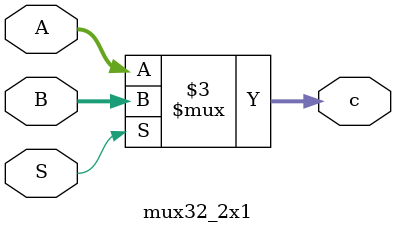
<source format=v>

`timescale 1ns / 1ps
module mux32_2x1(input S, input [31:0] A, input [31:0] B, output reg [31:0] c);
always @(*) begin
if (S)
    c = B;
    else
    c = A;
end

endmodule

</source>
